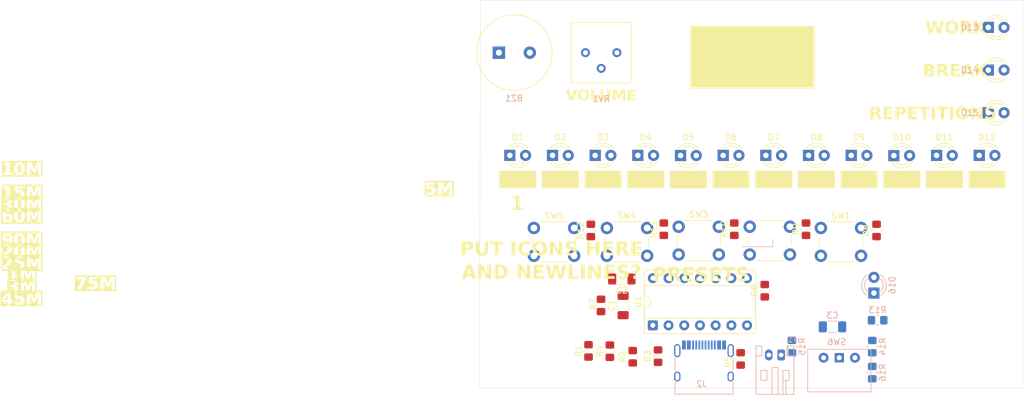
<source format=kicad_pcb>
(kicad_pcb (version 20241229) (generator "pcbnew") (generator_version "9.0")
  (layers (0 "F.Cu" signal) (4 "In1.Cu" signal) (6 "In2.Cu" signal) (2 "B.Cu" signal) (13 "F.Paste" user) (15 "B.Paste" user) (5 "F.SilkS" user "F.Silkscreen") (7 "B.SilkS" user "B.Silkscreen") (1 "F.Mask" user) (3 "B.Mask" user) (25 "Edge.Cuts" user))
  (net 0 "")
  (net 1 "GND")
  (net 2 "Net-(BZ1-+)")
  (net 3 "VCC")
  (net 4 "PA0")
  (net 5 "Net-(D1-K)")
  (net 6 "Net-(D1-A)")
  (net 7 "Net-(D11-A)")
  (net 8 "Net-(D10-A)")
  (net 9 "Net-(D13-K)")
  (net 10 "Net-(D16-A)")
  (net 11 "Net-(U1-~{RESET}{slash}PB3)")
  (net 12 "PB0")
  (net 13 "PB1")
  (net 14 "PA7")
  (net 15 "PA6")
  (net 16 "PA5")
  (net 17 "Net-(R10-Pad1)")
  (net 18 "Net-(R10-Pad2)")
  (net 19 "Net-(R11-Pad2)")
  (net 20 "PB2")
  (net 26 "Net-(R8-Pad1)")
  (net 27 "Net-(R12-Pad2)")
  (net 30 "Net-(J2-SHIELD)")
  (net 32 "Net-(J2-CC2)")
  (net 35 "Net-(J2-CC1)")
  (net 37 "+5V")
  (footprint "LED_THT:LED_D3.0mm" (layer "F.Cu") (at 161.279986 122.081)
    (property "Reference" "D7" (at 1.27 -2.96 0) (layer "F.SilkS"))
    (property "Value" "LED")
    (fp_line (start -0.29 -1.236) (end -0.29 -1.08) (stroke (width 0.12)) (layer "F.SilkS"))
    (fp_line (start -0.29 1.08) (end -0.29 1.236) (stroke (width 0.12)) (layer "F.SilkS"))
    (fp_arc (start -0.29 -1.235516) (mid 1.36566 -1.987699) (end 2.941437 -1.08) (stroke (width 0.12)) (layer "F.SilkS"))
    (fp_arc (start 0.229039 -1.08) (mid 1.27 -1.5) (end 2.310961 -1.08) (stroke (width 0.12)) (layer "F.SilkS"))
    (fp_arc (start 2.310961 1.08) (mid 1.27 1.5) (end 0.229039 1.08) (stroke (width 0.12)) (layer "F.SilkS"))
    (fp_arc (start 2.941437 1.08) (mid 1.36566 1.987699) (end -0.29 1.235516) (stroke (width 0.12)) (layer "F.SilkS"))
    (pad "1" thru_hole rect (at 0 0) (size 1.8 1.8) (drill 0.9) (layers "*.Cu" "*.Mask") (net 7 "Net-(D11-A)"))
    (pad "2" thru_hole circle (at 2.54 0) (size 1.8 1.8) (drill 0.9) (layers "*.Cu" "*.Mask") (net 5 "Net-(D1-K)"))
  )
  (footprint "Button_Switch_THT:SW_PUSH_6mm_H5mm" (layer "F.Cu") (at 147.175 133.612)
    (property "Reference" "SW3" (at 3.25 -2 0) (layer "F.SilkS"))
    (property "Value" "PRESET_2_BTN")
    (fp_line (start -0.25 1.5) (end -0.25 3) (stroke (width 0.12)) (layer "F.SilkS"))
    (fp_line (start 1 5.5) (end 5.5 5.5) (stroke (width 0.12)) (layer "F.SilkS"))
    (fp_line (start 5.5 -1) (end 1 -1) (stroke (width 0.12)) (layer "F.SilkS"))
    (fp_line (start 6.75 3) (end 6.75 1.5) (stroke (width 0.12)) (layer "F.SilkS"))
    (pad "1" thru_hole circle (at 0 0 90) (size 2 2) (drill 1.1) (layers "*.Cu" "*.Mask") (net 18 "Net-(R10-Pad2)"))
    (pad "1" thru_hole circle (at 6.5 0 90) (size 2 2) (drill 1.1) (layers "*.Cu" "*.Mask") (net 18 "Net-(R10-Pad2)"))
    (pad "2" thru_hole circle (at 0 4.5 90) (size 2 2) (drill 1.1) (layers "*.Cu" "*.Mask") (net 1 "GND"))
    (pad "2" thru_hole circle (at 6.5 4.5 90) (size 2 2) (drill 1.1) (layers "*.Cu" "*.Mask") (net 1 "GND"))
  )
  (footprint "Resistor_SMD:R_0805_2012Metric_Pad1.20x1.40mm_HandSolder" (layer "F.Cu") (at 143.85 154.537 90)
    (property "Reference" "R3" (at 0 -1.65 90) (layer "F.SilkS"))
    (property "Value" "150")
    (fp_line (start -0.227064 -0.735) (end 0.227064 -0.735) (stroke (width 0.12)) (layer "F.SilkS"))
    (fp_line (start -0.227064 0.735) (end 0.227064 0.735) (stroke (width 0.12)) (layer "F.SilkS"))
    (pad "1" smd roundrect (at -1 0 90) (size 1.2 1.4) (layers "F.Cu" "F.Mask" "F.Paste") (roundrect_rratio 0.208333) (net 13 "PB1"))
    (pad "2" smd roundrect (at 1 0 90) (size 1.2 1.4) (layers "F.Cu" "F.Mask" "F.Paste") (roundrect_rratio 0.208333) (net 5 "Net-(D1-K)"))
  )
  (footprint "LED_THT:LED_D3.0mm" (layer "F.Cu") (at 181.979986 122.111)
    (property "Reference" "D10" (at 1.27 -2.96 0) (layer "F.SilkS"))
    (property "Value" "LED")
    (fp_line (start -0.29 -1.236) (end -0.29 -1.08) (stroke (width 0.12)) (layer "F.SilkS"))
    (fp_line (start -0.29 1.08) (end -0.29 1.236) (stroke (width 0.12)) (layer "F.SilkS"))
    (fp_arc (start -0.29 -1.235516) (mid 1.36566 -1.987699) (end 2.941437 -1.08) (stroke (width 0.12)) (layer "F.SilkS"))
    (fp_arc (start 0.229039 -1.08) (mid 1.27 -1.5) (end 2.310961 -1.08) (stroke (width 0.12)) (layer "F.SilkS"))
    (fp_arc (start 2.310961 1.08) (mid 1.27 1.5) (end 0.229039 1.08) (stroke (width 0.12)) (layer "F.SilkS"))
    (fp_arc (start 2.941437 1.08) (mid 1.36566 1.987699) (end -0.29 1.235516) (stroke (width 0.12)) (layer "F.SilkS"))
    (pad "1" thru_hole rect (at 0 0) (size 1.8 1.8) (drill 0.9) (layers "*.Cu" "*.Mask") (net 5 "Net-(D1-K)"))
    (pad "2" thru_hole circle (at 2.54 0) (size 1.8 1.8) (drill 0.9) (layers "*.Cu" "*.Mask") (net 8 "Net-(D10-A)"))
  )
  (footprint "LED_THT:LED_D3.0mm" (layer "F.Cu") (at 195.779986 122.081)
    (property "Reference" "D12" (at 1.27 -2.96 0) (layer "F.SilkS"))
    (property "Value" "LED")
    (fp_line (start -0.29 -1.236) (end -0.29 -1.08) (stroke (width 0.12)) (layer "F.SilkS"))
    (fp_line (start -0.29 1.08) (end -0.29 1.236) (stroke (width 0.12)) (layer "F.SilkS"))
    (fp_arc (start -0.29 -1.235516) (mid 1.36566 -1.987699) (end 2.941437 -1.08) (stroke (width 0.12)) (layer "F.SilkS"))
    (fp_arc (start 0.229039 -1.08) (mid 1.27 -1.5) (end 2.310961 -1.08) (stroke (width 0.12)) (layer "F.SilkS"))
    (fp_arc (start 2.310961 1.08) (mid 1.27 1.5) (end 0.229039 1.08) (stroke (width 0.12)) (layer "F.SilkS"))
    (fp_arc (start 2.941437 1.08) (mid 1.36566 1.987699) (end -0.29 1.235516) (stroke (width 0.12)) (layer "F.SilkS"))
    (pad "1" thru_hole rect (at 0 0) (size 1.8 1.8) (drill 0.9) (layers "*.Cu" "*.Mask") (net 7 "Net-(D11-A)"))
    (pad "2" thru_hole circle (at 2.54 0) (size 1.8 1.8) (drill 0.9) (layers "*.Cu" "*.Mask") (net 8 "Net-(D10-A)"))
  )
  (footprint "Button_Switch_THT:SW_PUSH_6mm_H5mm" (layer "F.Cu") (at 158.675 133.612)
    (property "Reference" "SW2" (hide yes))
    (property "Value" "PRESET_1_BTN")
    (fp_line (start -0.25 1.5) (end -0.25 3) (stroke (width 0.12)) (layer "F.SilkS"))
    (fp_line (start 1 5.5) (end 5.5 5.5) (stroke (width 0.12)) (layer "F.SilkS"))
    (fp_line (start 5.5 -1) (end 1 -1) (stroke (width 0.12)) (layer "F.SilkS"))
    (fp_line (start 6.75 3) (end 6.75 1.5) (stroke (width 0.12)) (layer "F.SilkS"))
    (pad "1" thru_hole circle (at 0 0 90) (size 2 2) (drill 1.1) (layers "*.Cu" "*.Mask") (net 17 "Net-(R10-Pad1)"))
    (pad "1" thru_hole circle (at 6.5 0 90) (size 2 2) (drill 1.1) (layers "*.Cu" "*.Mask") (net 17 "Net-(R10-Pad1)"))
    (pad "2" thru_hole circle (at 0 4.5 90) (size 2 2) (drill 1.1) (layers "*.Cu" "*.Mask") (net 1 "GND"))
    (pad "2" thru_hole circle (at 6.5 4.5 90) (size 2 2) (drill 1.1) (layers "*.Cu" "*.Mask") (net 1 "GND"))
  )
  (footprint "LED_THT:LED_D3.0mm" (layer "F.Cu") (at 154.379986 122.081)
    (property "Reference" "D6" (at 1.27 -2.96 0) (layer "F.SilkS"))
    (property "Value" "LED")
    (fp_line (start -0.29 -1.236) (end -0.29 -1.08) (stroke (width 0.12)) (layer "F.SilkS"))
    (fp_line (start -0.29 1.08) (end -0.29 1.236) (stroke (width 0.12)) (layer "F.SilkS"))
    (fp_arc (start -0.29 -1.235516) (mid 1.36566 -1.987699) (end 2.941437 -1.08) (stroke (width 0.12)) (layer "F.SilkS"))
    (fp_arc (start 0.229039 -1.08) (mid 1.27 -1.5) (end 2.310961 -1.08) (stroke (width 0.12)) (layer "F.SilkS"))
    (fp_arc (start 2.310961 1.08) (mid 1.27 1.5) (end 0.229039 1.08) (stroke (width 0.12)) (layer "F.SilkS"))
    (fp_arc (start 2.941437 1.08) (mid 1.36566 1.987699) (end -0.29 1.235516) (stroke (width 0.12)) (layer "F.SilkS"))
    (pad "1" thru_hole rect (at 0 0) (size 1.8 1.8) (drill 0.9) (layers "*.Cu" "*.Mask") (net 6 "Net-(D1-A)"))
    (pad "2" thru_hole circle (at 2.54 0) (size 1.8 1.8) (drill 0.9) (layers "*.Cu" "*.Mask") (net 8 "Net-(D10-A)"))
  )
  (footprint "LED_THT:LED_D3.0mm" (layer "F.Cu") (at 188.879986 122.081)
    (property "Reference" "D11" (at 1.27 -2.96 0) (layer "F.SilkS"))
    (property "Value" "LED")
    (fp_line (start -0.29 -1.236) (end -0.29 -1.08) (stroke (width 0.12)) (layer "F.SilkS"))
    (fp_line (start -0.29 1.08) (end -0.29 1.236) (stroke (width 0.12)) (layer "F.SilkS"))
    (fp_arc (start -0.29 -1.235516) (mid 1.36566 -1.987699) (end 2.941437 -1.08) (stroke (width 0.12)) (layer "F.SilkS"))
    (fp_arc (start 0.229039 -1.08) (mid 1.27 -1.5) (end 2.310961 -1.08) (stroke (width 0.12)) (layer "F.SilkS"))
    (fp_arc (start 2.310961 1.08) (mid 1.27 1.5) (end 0.229039 1.08) (stroke (width 0.12)) (layer "F.SilkS"))
    (fp_arc (start 2.941437 1.08) (mid 1.36566 1.987699) (end -0.29 1.235516) (stroke (width 0.12)) (layer "F.SilkS"))
    (pad "1" thru_hole rect (at 0 0) (size 1.8 1.8) (drill 0.9) (layers "*.Cu" "*.Mask") (net 8 "Net-(D10-A)"))
    (pad "2" thru_hole circle (at 2.54 0) (size 1.8 1.8) (drill 0.9) (layers "*.Cu" "*.Mask") (net 7 "Net-(D11-A)"))
  )
  (footprint "LED_THT:LED_D3.0mm" (layer "F.Cu") (at 197.254189 108.280775)
    (property "Reference" "D14" (at -3 0 180) (layer "B.SilkS"))
    (property "Value" "LED")
    (fp_line (start -0.29 -1.236) (end -0.29 -1.08) (stroke (width 0.12)) (layer "F.SilkS"))
    (fp_line (start -0.29 1.08) (end -0.29 1.236) (stroke (width 0.12)) (layer "F.SilkS"))
    (fp_arc (start -0.29 -1.235516) (mid 1.36566 -1.987699) (end 2.941437 -1.08) (stroke (width 0.12)) (layer "F.SilkS"))
    (fp_arc (start 0.229039 -1.08) (mid 1.27 -1.5) (end 2.310961 -1.08) (stroke (width 0.12)) (layer "F.SilkS"))
    (fp_arc (start 2.310961 1.08) (mid 1.27 1.5) (end 0.229039 1.08) (stroke (width 0.12)) (layer "F.SilkS"))
    (fp_arc (start 2.941437 1.08) (mid 1.36566 1.987699) (end -0.29 1.235516) (stroke (width 0.12)) (layer "F.SilkS"))
    (pad "1" thru_hole rect (at 0 0) (size 1.8 1.8) (drill 0.9) (layers "*.Cu" "*.Mask") (net 8 "Net-(D10-A)"))
    (pad "2" thru_hole circle (at 2.54 0) (size 1.8 1.8) (drill 0.9) (layers "*.Cu" "*.Mask") (net 9 "Net-(D13-K)"))
  )
  (footprint "LED_THT:LED_D3.0mm" (layer "F.Cu") (at 140.579986 122.081)
    (property "Reference" "D4" (at 1.27 -2.96 0) (layer "F.SilkS"))
    (property "Value" "LED")
    (fp_line (start -0.29 -1.236) (end -0.29 -1.08) (stroke (width 0.12)) (layer "F.SilkS"))
    (fp_line (start -0.29 1.08) (end -0.29 1.236) (stroke (width 0.12)) (layer "F.SilkS"))
    (fp_arc (start -0.29 -1.235516) (mid 1.36566 -1.987699) (end 2.941437 -1.08) (stroke (width 0.12)) (layer "F.SilkS"))
    (fp_arc (start 0.229039 -1.08) (mid 1.27 -1.5) (end 2.310961 -1.08) (stroke (width 0.12)) (layer "F.SilkS"))
    (fp_arc (start 2.310961 1.08) (mid 1.27 1.5) (end 0.229039 1.08) (stroke (width 0.12)) (layer "F.SilkS"))
    (fp_arc (start 2.941437 1.08) (mid 1.36566 1.987699) (end -0.29 1.235516) (stroke (width 0.12)) (layer "F.SilkS"))
    (pad "1" thru_hole rect (at 0 0) (size 1.8 1.8) (drill 0.9) (layers "*.Cu" "*.Mask") (net 6 "Net-(D1-A)"))
    (pad "2" thru_hole circle (at 2.54 0) (size 1.8 1.8) (drill 0.9) (layers "*.Cu" "*.Mask") (net 7 "Net-(D11-A)"))
  )
  (footprint "LED_THT:LED_D3.0mm" (layer "F.Cu") (at 197.254189 101.380775)
    (property "Reference" "D13" (at -3 0 180) (layer "B.SilkS"))
    (property "Value" "LED")
    (fp_line (start -0.29 -1.236) (end -0.29 -1.08) (stroke (width 0.12)) (layer "F.SilkS"))
    (fp_line (start -0.29 1.08) (end -0.29 1.236) (stroke (width 0.12)) (layer "F.SilkS"))
    (fp_arc (start -0.29 -1.235516) (mid 1.36566 -1.987699) (end 2.941437 -1.08) (stroke (width 0.12)) (layer "F.SilkS"))
    (fp_arc (start 0.229039 -1.08) (mid 1.27 -1.5) (end 2.310961 -1.08) (stroke (width 0.12)) (layer "F.SilkS"))
    (fp_arc (start 2.310961 1.08) (mid 1.27 1.5) (end 0.229039 1.08) (stroke (width 0.12)) (layer "F.SilkS"))
    (fp_arc (start 2.941437 1.08) (mid 1.36566 1.987699) (end -0.29 1.235516) (stroke (width 0.12)) (layer "F.SilkS"))
    (pad "1" thru_hole rect (at 0 0) (size 1.8 1.8) (drill 0.9) (layers "*.Cu" "*.Mask") (net 9 "Net-(D13-K)"))
    (pad "2" thru_hole circle (at 2.54 0) (size 1.8 1.8) (drill 0.9) (layers "*.Cu" "*.Mask") (net 8 "Net-(D10-A)"))
  )
  (footprint "Button_Switch_THT:SW_PUSH_6mm_H5mm" (layer "F.Cu") (at 170.175 133.812)
    (property "Reference" "SW1" (at 3.25 -2 0) (layer "F.SilkS"))
    (property "Value" "RIGHT_BTN")
    (fp_line (start -0.25 1.5) (end -0.25 3) (stroke (width 0.12)) (layer "F.SilkS"))
    (fp_line (start 1 5.5) (end 5.5 5.5) (stroke (width 0.12)) (layer "F.SilkS"))
    (fp_line (start 5.5 -1) (end 1 -1) (stroke (width 0.12)) (layer "F.SilkS"))
    (fp_line (start 6.75 3) (end 6.75 1.5) (stroke (width 0.12)) (layer "F.SilkS"))
    (pad "1" thru_hole circle (at 0 0 90) (size 2 2) (drill 1.1) (layers "*.Cu" "*.Mask") (net 26 "Net-(R8-Pad1)"))
    (pad "1" thru_hole circle (at 6.5 0 90) (size 2 2) (drill 1.1) (layers "*.Cu" "*.Mask") (net 26 "Net-(R8-Pad1)"))
    (pad "2" thru_hole circle (at 0 4.5 90) (size 2 2) (drill 1.1) (layers "*.Cu" "*.Mask") (net 1 "GND"))
    (pad "2" thru_hole circle (at 6.5 4.5 90) (size 2 2) (drill 1.1) (layers "*.Cu" "*.Mask") (net 1 "GND"))
  )
  (footprint "Resistor_SMD:R_0805_2012Metric_Pad1.20x1.40mm_HandSolder" (layer "F.Cu") (at 139.75 154.637 90)
    (property "Reference" "R2" (at 0 -1.65 90) (layer "F.SilkS"))
    (property "Value" "150")
    (fp_line (start -0.227064 -0.735) (end 0.227064 -0.735) (stroke (width 0.12)) (layer "F.SilkS"))
    (fp_line (start -0.227064 0.735) (end 0.227064 0.735) (stroke (width 0.12)) (layer "F.SilkS"))
    (pad "1" smd roundrect (at -1 0 90) (size 1.2 1.4) (layers "F.Cu" "F.Mask" "F.Paste") (roundrect_rratio 0.208333) (net 12 "PB0"))
    (pad "2" smd roundrect (at 1 0 90) (size 1.2 1.4) (layers "F.Cu" "F.Mask" "F.Paste") (roundrect_rratio 0.208333) (net 6 "Net-(D1-A)"))
  )
  (footprint "Resistor_SMD:R_0805_2012Metric_Pad1.20x1.40mm_HandSolder" (layer "F.Cu") (at 179.175 134.212 90)
    (property "Reference" "R8" (at 0 -1.65 90) (layer "F.SilkS"))
    (property "Value" "10")
    (fp_line (start -0.227064 -0.735) (end 0.227064 -0.735) (stroke (width 0.12)) (layer "F.SilkS"))
    (fp_line (start -0.227064 0.735) (end 0.227064 0.735) (stroke (width 0.12)) (layer "F.SilkS"))
    (pad "1" smd roundrect (at -1 0 90) (size 1.2 1.4) (layers "F.Cu" "F.Mask" "F.Paste") (roundrect_rratio 0.208333) (net 26 "Net-(R8-Pad1)"))
    (pad "2" smd roundrect (at 1 0 90) (size 1.2 1.4) (layers "F.Cu" "F.Mask" "F.Paste") (roundrect_rratio 0.208333) (net 4 "PA0"))
  )
  (footprint "Button_Switch_THT:SW_PUSH_6mm_H5mm" (layer "F.Cu") (at 123.775 133.812)
    (property "Reference" "SW5" (at 3.25 -2 0) (layer "F.SilkS"))
    (property "Value" "LEFT_BTN")
    (fp_line (start -0.25 1.5) (end -0.25 3) (stroke (width 0.12)) (layer "F.SilkS"))
    (fp_line (start 1 5.5) (end 5.5 5.5) (stroke (width 0.12)) (layer "F.SilkS"))
    (fp_line (start 5.5 -1) (end 1 -1) (stroke (width 0.12)) (layer "F.SilkS"))
    (fp_line (start 6.75 3) (end 6.75 1.5) (stroke (width 0.12)) (layer "F.SilkS"))
    (pad "1" thru_hole circle (at 0 0 90) (size 2 2) (drill 1.1) (layers "*.Cu" "*.Mask") (net 27 "Net-(R12-Pad2)"))
    (pad "1" thru_hole circle (at 6.5 0 90) (size 2 2) (drill 1.1) (layers "*.Cu" "*.Mask") (net 27 "Net-(R12-Pad2)"))
    (pad "2" thru_hole circle (at 0 4.5 90) (size 2 2) (drill 1.1) (layers "*.Cu" "*.Mask") (net 1 "GND"))
    (pad "2" thru_hole circle (at 6.5 4.5 90) (size 2 2) (drill 1.1) (layers "*.Cu" "*.Mask") (net 1 "GND"))
  )
  (footprint "Resistor_SMD:R_0805_2012Metric_Pad1.20x1.40mm_HandSolder" (layer "F.Cu") (at 161.1 143.962 90)
    (property "Reference" "R6" (at 0 -1.65 90) (layer "F.SilkS"))
    (property "Value" "150")
    (fp_line (start -0.227064 -0.735) (end 0.227064 -0.735) (stroke (width 0.12)) (layer "F.SilkS"))
    (fp_line (start -0.227064 0.735) (end 0.227064 0.735) (stroke (width 0.12)) (layer "F.SilkS"))
    (pad "1" smd roundrect (at -1 0 90) (size 1.2 1.4) (layers "F.Cu" "F.Mask" "F.Paste") (roundrect_rratio 0.208333) (net 16 "PA5"))
    (pad "2" smd roundrect (at 1 0 90) (size 1.2 1.4) (layers "F.Cu" "F.Mask" "F.Paste") (roundrect_rratio 0.208333) (net 9 "Net-(D13-K)"))
  )
  (footprint "Capacitor_SMD:C_1206_3216Metric_Pad1.33x1.80mm_HandSolder" (layer "F.Cu") (at 137.9875 142.062 180)
    (property "Reference" "C2" (at 0 -1.85 0) (layer "F.SilkS"))
    (property "Value" "100n")
    (fp_line (start -0.711252 0.91) (end 0.711252 0.91) (stroke (width 0.12)) (layer "F.SilkS"))
    (fp_line (start -0.711252 -0.91) (end 0.711252 -0.91) (stroke (width 0.12)) (layer "F.SilkS"))
    (pad "1" smd roundrect (at -1.5625 0 180) (size 1.325 1.8) (layers "F.Cu" "F.Mask" "F.Paste") (roundrect_rratio 0.188679) (net 4 "PA0"))
    (pad "2" smd roundrect (at 1.5625 0 180) (size 1.325 1.8) (layers "F.Cu" "F.Mask" "F.Paste") (roundrect_rratio 0.188679) (net 1 "GND"))
  )
  (footprint "Resistor_SMD:R_0805_2012Metric_Pad1.20x1.40mm_HandSolder" (layer "F.Cu") (at 136.05 153.737 90)
    (property "Reference" "R4" (at 0 -1.65 90) (layer "F.SilkS"))
    (property "Value" "150")
    (fp_line (start -0.227064 -0.735) (end 0.227064 -0.735) (stroke (width 0.12)) (layer "F.SilkS"))
    (fp_line (start -0.227064 0.735) (end 0.227064 0.735) (stroke (width 0.12)) (layer "F.SilkS"))
    (pad "1" smd roundrect (at -1 0 90) (size 1.2 1.4) (layers "F.Cu" "F.Mask" "F.Paste") (roundrect_rratio 0.208333) (net 14 "PA7"))
    (pad "2" smd roundrect (at 1 0 90) (size 1.2 1.4) (layers "F.Cu" "F.Mask" "F.Paste") (roundrect_rratio 0.208333) (net 7 "Net-(D11-A)"))
  )
  (footprint "Resistor_SMD:R_0805_2012Metric_Pad1.20x1.40mm_HandSolder" (layer "F.Cu") (at 167.775 134.012 90)
    (property "Reference" "R9" (at 0 -1.65 90) (layer "F.SilkS"))
    (property "Value" "510")
    (fp_line (start -0.227064 -0.735) (end 0.227064 -0.735) (stroke (width 0.12)) (layer "F.SilkS"))
    (fp_line (start -0.227064 0.735) (end 0.227064 0.735) (stroke (width 0.12)) (layer "F.SilkS"))
    (pad "1" smd roundrect (at -1 0 90) (size 1.2 1.4) (layers "F.Cu" "F.Mask" "F.Paste") (roundrect_rratio 0.208333) (net 4 "PA0"))
    (pad "2" smd roundrect (at 1 0 90) (size 1.2 1.4) (layers "F.Cu" "F.Mask" "F.Paste") (roundrect_rratio 0.208333) (net 17 "Net-(R10-Pad1)"))
  )
  (footprint "LED_THT:LED_D3.0mm" (layer "F.Cu") (at 119.879986 122.081)
    (property "Reference" "D1" (at 1.27 -2.96 0) (layer "F.SilkS"))
    (property "Value" "LED")
    (fp_line (start -0.29 -1.236) (end -0.29 -1.08) (stroke (width 0.12)) (layer "F.SilkS"))
    (fp_line (start -0.29 1.08) (end -0.29 1.236) (stroke (width 0.12)) (layer "F.SilkS"))
    (fp_arc (start -0.29 -1.235516) (mid 1.36566 -1.987699) (end 2.941437 -1.08) (stroke (width 0.12)) (layer "F.SilkS"))
    (fp_arc (start 0.229039 -1.08) (mid 1.27 -1.5) (end 2.310961 -1.08) (stroke (width 0.12)) (layer "F.SilkS"))
    (fp_arc (start 2.310961 1.08) (mid 1.27 1.5) (end 0.229039 1.08) (stroke (width 0.12)) (layer "F.SilkS"))
    (fp_arc (start 2.941437 1.08) (mid 1.36566 1.987699) (end -0.29 1.235516) (stroke (width 0.12)) (layer "F.SilkS"))
    (pad "1" thru_hole rect (at 0 0) (size 1.8 1.8) (drill 0.9) (layers "*.Cu" "*.Mask") (net 5 "Net-(D1-K)"))
    (pad "2" thru_hole circle (at 2.54 0) (size 1.8 1.8) (drill 0.9) (layers "*.Cu" "*.Mask") (net 6 "Net-(D1-A)"))
  )
  (footprint "LED_THT:LED_D3.0mm" (layer "F.Cu") (at 133.679986 122.081)
    (property "Reference" "D3" (at 1.27 -2.96 0) (layer "F.SilkS"))
    (property "Value" "LED")
    (fp_line (start -0.29 -1.236) (end -0.29 -1.08) (stroke (width 0.12)) (layer "F.SilkS"))
    (fp_line (start -0.29 1.08) (end -0.29 1.236) (stroke (width 0.12)) (layer "F.SilkS"))
    (fp_arc (start -0.29 -1.235516) (mid 1.36566 -1.987699) (end 2.941437 -1.08) (stroke (width 0.12)) (layer "F.SilkS"))
    (fp_arc (start 0.229039 -1.08) (mid 1.27 -1.5) (end 2.310961 -1.08) (stroke (width 0.12)) (layer "F.SilkS"))
    (fp_arc (start 2.310961 1.08) (mid 1.27 1.5) (end 0.229039 1.08) (stroke (width 0.12)) (layer "F.SilkS"))
    (fp_arc (start 2.941437 1.08) (mid 1.36566 1.987699) (end -0.29 1.235516) (stroke (width 0.12)) (layer "F.SilkS"))
    (pad "1" thru_hole rect (at 0 0) (size 1.8 1.8) (drill 0.9) (layers "*.Cu" "*.Mask") (net 7 "Net-(D11-A)"))
    (pad "2" thru_hole circle (at 2.54 0) (size 1.8 1.8) (drill 0.9) (layers "*.Cu" "*.Mask") (net 6 "Net-(D1-A)"))
  )
  (footprint "Resistor_SMD:R_0805_2012Metric_Pad1.20x1.40mm_HandSolder" (layer "F.Cu") (at 156.175 134.012 90)
    (property "Reference" "R10" (at 0 -1.65 90) (layer "F.SilkS"))
    (property "Value" "680")
    (fp_line (start -0.227064 -0.735) (end 0.227064 -0.735) (stroke (width 0.12)) (layer "F.SilkS"))
    (fp_line (start -0.227064 0.735) (end 0.227064 0.735) (stroke (width 0.12)) (layer "F.SilkS"))
    (pad "1" smd roundrect (at -1 0 90) (size 1.2 1.4) (layers "F.Cu" "F.Mask" "F.Paste") (roundrect_rratio 0.208333) (net 17 "Net-(R10-Pad1)"))
    (pad "2" smd roundrect (at 1 0 90) (size 1.2 1.4) (layers "F.Cu" "F.Mask" "F.Paste") (roundrect_rratio 0.208333) (net 18 "Net-(R10-Pad2)"))
  )
  (footprint "Resistor_SMD:R_0805_2012Metric_Pad1.20x1.40mm_HandSolder" (layer "F.Cu") (at 132.6 153.687 90)
    (property "Reference" "R1" (at 0 -1.65 90) (layer "F.SilkS"))
    (property "Value" "10k")
    (fp_line (start -0.227064 -0.735) (end 0.227064 -0.735) (stroke (width 0.12)) (layer "F.SilkS"))
    (fp_line (start -0.227064 0.735) (end 0.227064 0.735) (stroke (width 0.12)) (layer "F.SilkS"))
    (pad "1" smd roundrect (at -1 0 90) (size 1.2 1.4) (layers "F.Cu" "F.Mask" "F.Paste") (roundrect_rratio 0.208333) (net 3 "VCC"))
    (pad "2" smd roundrect (at 1 0 90) (size 1.2 1.4) (layers "F.Cu" "F.Mask" "F.Paste") (roundrect_rratio 0.208333) (net 11 "Net-(U1-~{RESET}{slash}PB3)"))
  )
  (footprint "LED_THT:LED_D3.0mm" (layer "F.Cu") (at 197.254189 115.180775)
    (property "Reference" "D15" (at -3 0 180) (layer "B.SilkS"))
    (property "Value" "LED")
    (fp_line (start -0.29 -1.236) (end -0.29 -1.08) (stroke (width 0.12)) (layer "F.SilkS"))
    (fp_line (start -0.29 1.08) (end -0.29 1.236) (stroke (width 0.12)) (layer "F.SilkS"))
    (fp_arc (start -0.29 -1.235516) (mid 1.36566 -1.987699) (end 2.941437 -1.08) (stroke (width 0.12)) (layer "F.SilkS"))
    (fp_arc (start 0.229039 -1.08) (mid 1.27 -1.5) (end 2.310961 -1.08) (stroke (width 0.12)) (layer "F.SilkS"))
    (fp_arc (start 2.310961 1.08) (mid 1.27 1.5) (end 0.229039 1.08) (stroke (width 0.12)) (layer "F.SilkS"))
    (fp_arc (start 2.941437 1.08) (mid 1.36566 1.987699) (end -0.29 1.235516) (stroke (width 0.12)) (layer "F.SilkS"))
    (pad "1" thru_hole rect (at 0 0) (size 1.8 1.8) (drill 0.9) (layers "*.Cu" "*.Mask") (net 9 "Net-(D13-K)"))
    (pad "2" thru_hole circle (at 2.54 0) (size 1.8 1.8) (drill 0.9) (layers "*.Cu" "*.Mask") (net 7 "Net-(D11-A)"))
  )
  (footprint "Button_Switch_THT:SW_PUSH_6mm_H5mm" (layer "F.Cu") (at 135.575 133.812)
    (property "Reference" "SW4" (at 3.25 -2 0) (layer "F.SilkS"))
    (property "Value" "PRESET_3_BTN")
    (fp_line (start -0.25 1.5) (end -0.25 3) (stroke (width 0.12)) (layer "F.SilkS"))
    (fp_line (start 1 5.5) (end 5.5 5.5) (stroke (width 0.12)) (layer "F.SilkS"))
    (fp_line (start 5.5 -1) (end 1 -1) (stroke (width 0.12)) (layer "F.SilkS"))
    (fp_line (start 6.75 3) (end 6.75 1.5) (stroke (width 0.12)) (layer "F.SilkS"))
    (pad "1" thru_hole circle (at 0 0 90) (size 2 2) (drill 1.1) (layers "*.Cu" "*.Mask") (net 19 "Net-(R11-Pad2)"))
    (pad "1" thru_hole circle (at 6.5 0 90) (size 2 2) (drill 1.1) (layers "*.Cu" "*.Mask") (net 19 "Net-(R11-Pad2)"))
    (pad "2" thru_hole circle (at 0 4.5 90) (size 2 2) (drill 1.1) (layers "*.Cu" "*.Mask") (net 1 "GND"))
    (pad "2" thru_hole circle (at 6.5 4.5 90) (size 2 2) (drill 1.1) (layers "*.Cu" "*.Mask") (net 1 "GND"))
  )
  (footprint "Resistor_SMD:R_0805_2012Metric_Pad1.20x1.40mm_HandSolder" (layer "F.Cu") (at 132.975 134.212 90)
    (property "Reference" "R12" (at 0 -1.65 90) (layer "F.SilkS"))
    (property "Value" "5.1k")
    (fp_line (start -0.227064 -0.735) (end 0.227064 -0.735) (stroke (width 0.12)) (layer "F.SilkS"))
    (fp_line (start -0.227064 0.735) (end 0.227064 0.735) (stroke (width 0.12)) (layer "F.SilkS"))
    (pad "1" smd roundrect (at -1 0 90) (size 1.2 1.4) (layers "F.Cu" "F.Mask" "F.Paste") (roundrect_rratio 0.208333) (net 19 "Net-(R11-Pad2)"))
    (pad "2" smd roundrect (at 1 0 90) (size 1.2 1.4) (layers "F.Cu" "F.Mask" "F.Paste") (roundrect_rratio 0.208333) (net 27 "Net-(R12-Pad2)"))
  )
  (footprint "Package_DIP:DIP-14_W7.62mm_Socket" (layer "F.Cu") (at 143 149.557 90)
    (property "Reference" "U1" (at 3.81 -2.33 90) (layer "F.SilkS"))
    (property "Value" "ATtiny84A-P")
    (fp_line (start 6.46 -1.33) (end 4.81 -1.33) (stroke (width 0.12)) (layer "F.SilkS"))
    (fp_line (start 2.81 -1.33) (end 1.16 -1.33) (stroke (width 0.12)) (layer "F.SilkS"))
    (fp_line (start 1.16 -1.33) (end 1.16 16.57) (stroke (width 0.12)) (layer "F.SilkS"))
    (fp_line (start 6.46 16.57) (end 6.46 -1.33) (stroke (width 0.12)) (layer "F.SilkS"))
    (fp_line (start 1.16 16.57) (end 6.46 16.57) (stroke (width 0.12)) (layer "F.SilkS"))
    (fp_rect (start -1.33 -1.39) (end 8.95 16.63) (stroke (width 0.12)) (fill no) (layer "F.SilkS"))
    (fp_arc (start 4.81 -1.33) (mid 3.81 -0.33) (end 2.81 -1.33) (stroke (width 0.12)) (layer "F.SilkS"))
    (pad "1" thru_hole roundrect (at 0 0 90) (size 1.6 1.6) (drill 0.8) (layers "*.Cu" "*.Mask") (roundrect_rratio 0.15625) (net 3 "VCC"))
    (pad "2" thru_hole circle (at 0 2.54 90) (size 1.6 1.6) (drill 0.8) (layers "*.Cu" "*.Mask") (net 12 "PB0"))
    (pad "3" thru_hole circle (at 0 5.08 90) (size 1.6 1.6) (drill 0.8) (layers "*.Cu" "*.Mask") (net 13 "PB1"))
    (pad "4" thru_hole circle (at 0 7.62 90) (size 1.6 1.6) (drill 0.8) (layers "*.Cu" "*.Mask") (net 11 "Net-(U1-~{RESET}{slash}PB3)"))
    (pad "5" thru_hole circle (at 0 10.16 90) (size 1.6 1.6) (drill 0.8) (layers "*.Cu" "*.Mask") (net 20 "PB2"))
    (pad "6" thru_hole circle (at 0 12.7 90) (size 1.6 1.6) (drill 0.8) (layers "*.Cu" "*.Mask") (net 14 "PA7"))
    (pad "7" thru_hole circle (at 0 15.24 90) (size 1.6 1.6) (drill 0.8) (layers "*.Cu" "*.Mask") (net 15 "PA6"))
    (pad "8" thru_hole circle (at 7.62 15.24 90) (size 1.6 1.6) (drill 0.8) (layers "*.Cu" "*.Mask") (net 16 "PA5"))
    (pad "9" thru_hole circle (at 7.62 12.7 90) (size 1.6 1.6) (drill 0.8) (layers "*.Cu" "*.Mask"))
    (pad "10" thru_hole circle (at 7.62 10.16 90) (size 1.6 1.6) (drill 0.8) (layers "*.Cu" "*.Mask"))
    (pad "11" thru_hole circle (at 7.62 7.62 90) (size 1.6 1.6) (drill 0.8) (layers "*.Cu" "*.Mask"))
    (pad "12" thru_hole circle (at 7.62 5.08 90) (size 1.6 1.6) (drill 0.8) (layers "*.Cu" "*.Mask"))
    (pad "13" thru_hole circle (at 7.62 2.54 90) (size 1.6 1.6) (drill 0.8) (layers "*.Cu" "*.Mask") (net 4 "PA0"))
    (pad "14" thru_hole circle (at 7.62 0 90) (size 1.6 1.6) (drill 0.8) (layers "*.Cu" "*.Mask") (net 1 "GND"))
  )
  (footprint "LED_THT:LED_D3.0mm" (layer "F.Cu") (at 147.479986 122.096)
    (property "Reference" "D5" (at 1.27 -2.96 0) (layer "F.SilkS"))
    (property "Value" "LED")
    (fp_line (start -0.29 -1.236) (end -0.29 -1.08) (stroke (width 0.12)) (layer "F.SilkS"))
    (fp_line (start -0.29 1.08) (end -0.29 1.236) (stroke (width 0.12)) (layer "F.SilkS"))
    (fp_arc (start -0.29 -1.235516) (mid 1.36566 -1.987699) (end 2.941437 -1.08) (stroke (width 0.12)) (layer "F.SilkS"))
    (fp_arc (start 0.229039 -1.08) (mid 1.27 -1.5) (end 2.310961 -1.08) (stroke (width 0.12)) (layer "F.SilkS"))
    (fp_arc (start 2.310961 1.08) (mid 1.27 1.5) (end 0.229039 1.08) (stroke (width 0.12)) (layer "F.SilkS"))
    (fp_arc (start 2.941437 1.08) (mid 1.36566 1.987699) (end -0.29 1.235516) (stroke (width 0.12)) (layer "F.SilkS"))
    (pad "1" thru_hole rect (at 0 0) (size 1.8 1.8) (drill 0.9) (layers "*.Cu" "*.Mask") (net 8 "Net-(D10-A)"))
    (pad "2" thru_hole circle (at 2.54 0) (size 1.8 1.8) (drill 0.9) (layers "*.Cu" "*.Mask") (net 6 "Net-(D1-A)"))
  )
  (footprint "LED_THT:LED_D3.0mm" (layer "F.Cu") (at 175.079986 122.081)
    (property "Reference" "D9" (at 1.27 -2.96 0) (layer "F.SilkS"))
    (property "Value" "LED")
    (fp_line (start -0.29 -1.236) (end -0.29 -1.08) (stroke (width 0.12)) (layer "F.SilkS"))
    (fp_line (start -0.29 1.08) (end -0.29 1.236) (stroke (width 0.12)) (layer "F.SilkS"))
    (fp_arc (start -0.29 -1.235516) (mid 1.36566 -1.987699) (end 2.941437 -1.08) (stroke (width 0.12)) (layer "F.SilkS"))
    (fp_arc (start 0.229039 -1.08) (mid 1.27 -1.5) (end 2.310961 -1.08) (stroke (width 0.12)) (layer "F.SilkS"))
    (fp_arc (start 2.310961 1.08) (mid 1.27 1.5) (end 0.229039 1.08) (stroke (width 0.12)) (layer "F.SilkS"))
    (fp_arc (start 2.941437 1.08) (mid 1.36566 1.987699) (end -0.29 1.235516) (stroke (width 0.12)) (layer "F.SilkS"))
    (pad "1" thru_hole rect (at 0 0) (size 1.8 1.8) (drill 0.9) (layers "*.Cu" "*.Mask") (net 8 "Net-(D10-A)"))
    (pad "2" thru_hole circle (at 2.54 0) (size 1.8 1.8) (drill 0.9) (layers "*.Cu" "*.Mask") (net 5 "Net-(D1-K)"))
  )
  (footprint "Resistor_SMD:R_0805_2012Metric_Pad1.20x1.40mm_HandSolder" (layer "F.Cu") (at 144.775 134.012 90)
    (property "Reference" "R11" (at 0 -1.65 90) (layer "F.SilkS"))
    (property "Value" "2.2k")
    (fp_line (start -0.227064 -0.735) (end 0.227064 -0.735) (stroke (width 0.12)) (layer "F.SilkS"))
    (fp_line (start -0.227064 0.735) (end 0.227064 0.735) (stroke (width 0.12)) (layer "F.SilkS"))
    (pad "1" smd roundrect (at -1 0 90) (size 1.2 1.4) (layers "F.Cu" "F.Mask" "F.Paste") (roundrect_rratio 0.208333) (net 18 "Net-(R10-Pad2)"))
    (pad "2" smd roundrect (at 1 0 90) (size 1.2 1.4) (layers "F.Cu" "F.Mask" "F.Paste") (roundrect_rratio 0.208333) (net 19 "Net-(R11-Pad2)"))
  )
  (footprint "Capacitor_SMD:C_1206_3216Metric_Pad1.33x1.80mm_HandSolder" (layer "F.Cu") (at 138.2 146.3495 90)
    (property "Reference" "C1" (at 0 -1.85 90) (layer "F.SilkS"))
    (property "Value" "100n")
    (fp_line (start -0.711252 -0.91) (end 0.711252 -0.91) (stroke (width 0.12)) (layer "F.SilkS"))
    (fp_line (start -0.711252 0.91) (end 0.711252 0.91) (stroke (width 0.12)) (layer "F.SilkS"))
    (pad "1" smd roundrect (at -1.5625 0 90) (size 1.325 1.8) (layers "F.Cu" "F.Mask" "F.Paste") (roundrect_rratio 0.188679) (net 3 "VCC"))
    (pad "2" smd roundrect (at 1.5625 0 90) (size 1.325 1.8) (layers "F.Cu" "F.Mask" "F.Paste") (roundrect_rratio 0.188679) (net 1 "GND"))
  )
  (footprint "Potentiometer_THT:Potentiometer_Bourns_3386P_Vertical" (layer "F.Cu") (at 132.1085 105.466 -90)
    (property "Reference" "RV1" (at 7.46 -2.54 0) (layer "B.SilkS") (effects (justify mirror)))
    (property "Value" "B10K")
    (fp_line (start -4.89 2.335) (end 4.86 2.335) (stroke (width 0.12)) (layer "F.SilkS"))
    (fp_line (start -4.89 -7.415) (end -4.89 2.335) (stroke (width 0.12)) (layer "F.SilkS"))
    (fp_line (start -4.89 -7.415) (end 4.86 -7.415) (stroke (width 0.12)) (layer "F.SilkS"))
    (fp_line (start 4.86 -7.415) (end 4.86 2.335) (stroke (width 0.12)) (layer "F.SilkS"))
    (pad "1" thru_hole circle (at 0 0 270) (size 1.44 1.44) (drill 0.8) (layers "*.Cu" "*.Mask") (net 1 "GND"))
    (pad "2" thru_hole circle (at 2.54 -2.54 270) (size 1.44 1.44) (drill 0.8) (layers "*.Cu" "*.Mask") (net 2 "Net-(BZ1-+)"))
    (pad "3" thru_hole circle (at 0 -5.08 270) (size 1.44 1.44) (drill 0.8) (layers "*.Cu" "*.Mask") (net 20 "PB2"))
  )
  (footprint "custom-project-libraries:Buzzer_12x5.5RM0.6" (layer "F.Cu") (at 118.1085 105.466)
    (property "Reference" "BZ1" (at 2.425 7.385 0) (layer "B.SilkS") (effects (justify mirror)))
    (property "Value" "PIEZO_BUZZER")
    (fp_circle (center 2.5 0) (end 8.6 0) (stroke (width 0.12)) (fill no) (layer "F.SilkS"))
    (pad "1" thru_hole rect (at 0 0) (size 2 2) (drill 1) (layers "*.Cu" "*.Mask") (net 2 "Net-(BZ1-+)"))
    (pad "2" thru_hole circle (at 5 0) (size 2 2) (drill 1) (layers "*.Cu" "*.Mask") (net 1 "GND"))
  )
  (footprint "Resistor_SMD:R_0805_2012Metric_Pad1.20x1.40mm_HandSolder" (layer "F.Cu") (at 157.2 154.987 90)
    (property "Reference" "R5" (at -0.5 -2 90) (layer "F.SilkS"))
    (property "Value" "150")
    (fp_line (start -0.227064 -0.735) (end 0.227064 -0.735) (stroke (width 0.12)) (layer "F.SilkS"))
    (fp_line (start -0.227064 0.735) (end 0.227064 0.735) (stroke (width 0.12)) (layer "F.SilkS"))
    (pad "1" smd roundrect (at -1 0 90) (size 1.2 1.4) (layers "F.Cu" "F.Mask" "F.Paste") (roundrect_rratio 0.208333) (net 15 "PA6"))
    (pad "2" smd roundrect (at 1 0 90) (size 1.2 1.4) (layers "F.Cu" "F.Mask" "F.Paste") (roundrect_rratio 0.208333) (net 8 "Net-(D10-A)"))
  )
  (footprint "LED_THT:LED_D3.0mm" (layer "F.Cu") (at 168.179986 122.081)
    (property "Reference" "D8" (at 1.27 -2.96 0) (layer "F.SilkS"))
    (property "Value" "LED")
    (fp_line (start -0.29 -1.236) (end -0.29 -1.08) (stroke (width 0.12)) (layer "F.SilkS"))
    (fp_line (start -0.29 1.08) (end -0.29 1.236) (stroke (width 0.12)) (layer "F.SilkS"))
    (fp_arc (start -0.29 -1.235516) (mid 1.36566 -1.987699) (end 2.941437 -1.08) (stroke (width 0.12)) (layer "F.SilkS"))
    (fp_arc (start 0.229039 -1.08) (mid 1.27 -1.5) (end 2.310961 -1.08) (stroke (width 0.12)) (layer "F.SilkS"))
    (fp_arc (start 2.310961 1.08) (mid 1.27 1.5) (end 0.229039 1.08) (stroke (width 0.12)) (layer "F.SilkS"))
    (fp_arc (start 2.941437 1.08) (mid 1.36566 1.987699) (end -0.29 1.235516) (stroke (width 0.12)) (layer "F.SilkS"))
    (pad "1" thru_hole rect (at 0 0) (size 1.8 1.8) (drill 0.9) (layers "*.Cu" "*.Mask") (net 5 "Net-(D1-K)"))
    (pad "2" thru_hole circle (at 2.54 0) (size 1.8 1.8) (drill 0.9) (layers "*.Cu" "*.Mask") (net 7 "Net-(D11-A)"))
  )
  (footprint "Resistor_SMD:R_0805_2012Metric_Pad1.20x1.40mm_HandSolder" (layer "F.Cu") (at 134.625 146.337 90)
    (property "Reference" "R7" (at 0.2 -1.25 90) (layer "F.SilkS"))
    (property "Value" "2.2k")
    (fp_line (start -0.227064 -0.735) (end 0.227064 -0.735) (stroke (width 0.12)) (layer "F.SilkS"))
    (fp_line (start -0.227064 0.735) (end 0.227064 0.735) (stroke (width 0.12)) (layer "F.SilkS"))
    (pad "1" smd roundrect (at -1 0 90) (size 1.2 1.4) (layers "F.Cu" "F.Mask" "F.Paste") (roundrect_rratio 0.208333) (net 3 "VCC"))
    (pad "2" smd roundrect (at 1 0 90) (size 1.2 1.4) (layers "F.Cu" "F.Mask" "F.Paste") (roundrect_rratio 0.208333) (net 4 "PA0"))
  )
  (footprint "LED_THT:LED_D3.0mm" (layer "F.Cu") (at 126.779986 122.081)
    (property "Reference" "D2" (at 1.27 -2.96 0) (layer "F.SilkS"))
    (property "Value" "LED")
    (fp_line (start -0.29 -1.236) (end -0.29 -1.08) (stroke (width 0.12)) (layer "F.SilkS"))
    (fp_line (start -0.29 1.08) (end -0.29 1.236) (stroke (width 0.12)) (layer "F.SilkS"))
    (fp_arc (start -0.29 -1.235516) (mid 1.36566 -1.987699) (end 2.941437 -1.08) (stroke (width 0.12)) (layer "F.SilkS"))
    (fp_arc (start 0.229039 -1.08) (mid 1.27 -1.5) (end 2.310961 -1.08) (stroke (width 0.12)) (layer "F.SilkS"))
    (fp_arc (start 2.310961 1.08) (mid 1.27 1.5) (end 0.229039 1.08) (stroke (width 0.12)) (layer "F.SilkS"))
    (fp_arc (start 2.941437 1.08) (mid 1.36566 1.987699) (end -0.29 1.235516) (stroke (width 0.12)) (layer "F.SilkS"))
    (pad "1" thru_hole rect (at 0 0) (size 1.8 1.8) (drill 0.9) (layers "*.Cu" "*.Mask") (net 6 "Net-(D1-A)"))
    (pad "2" thru_hole circle (at 2.54 0) (size 1.8 1.8) (drill 0.9) (layers "*.Cu" "*.Mask") (net 5 "Net-(D1-K)"))
  )
  (footprint "Resistor_SMD:R_0805_2012Metric_Pad1.20x1.40mm_HandSolder" (layer "B.Cu") (at 165.48675 152.997 90)
    (property "Reference" "R15" (at 0 1.65 90) (layer "B.SilkS") (effects (justify mirror)))
    (property "Value" "5.1k")
    (fp_line (start -0.227064 -0.735) (end 0.227064 -0.735) (stroke (width 0.12)) (layer "B.SilkS"))
    (fp_line (start -0.227064 0.735) (end 0.227064 0.735) (stroke (width 0.12)) (layer "B.SilkS"))
    (pad "1" smd roundrect (at -1 0 90) (size 1.2 1.4) (layers "B.Cu" "B.Mask" "B.Paste") (roundrect_rratio 0.208333) (net 1 "GND"))
    (pad "2" smd roundrect (at 1 0 90) (size 1.2 1.4) (layers "B.Cu" "B.Mask" "B.Paste") (roundrect_rratio 0.208333) (net 32 "Net-(J2-CC2)"))
  )
  (footprint "Resistor_SMD:R_0805_2012Metric_Pad1.20x1.40mm_HandSolder" (layer "B.Cu") (at 179.35 148.737 180)
    (property "Reference" "R13" (at 0 1.65 0) (layer "B.SilkS") (effects (justify mirror)))
    (property "Value" "2.2k")
    (fp_line (start -0.227064 0.735) (end 0.227064 0.735) (stroke (width 0.12)) (layer "B.SilkS"))
    (fp_line (start -0.227064 -0.735) (end 0.227064 -0.735) (stroke (width 0.12)) (layer "B.SilkS"))
    (pad "1" smd roundrect (at -1 0 180) (size 1.2 1.4) (layers "B.Cu" "B.Mask" "B.Paste") (roundrect_rratio 0.208333) (net 3 "VCC"))
    (pad "2" smd roundrect (at 1 0 180) (size 1.2 1.4) (layers "B.Cu" "B.Mask" "B.Paste") (roundrect_rratio 0.208333) (net 10 "Net-(D16-A)"))
  )
  (footprint "Connector_JST:JST_PH_S2B-PH-K_1x02_P2.00mm_Horizontal" (layer "B.Cu") (at 163.75 154.347 180)
    (property "Reference" "J1" (at -1.86325 2.55 0) (layer "B.SilkS") (effects (justify mirror)))
    (property "Value" "GENERIC_PWR_IN")
    (fp_line (start 4.06 1.46) (end 3.14 1.46) (stroke (width 0.12)) (layer "B.SilkS"))
    (fp_line (start 4.06 -0.14) (end 3.14 -0.14) (stroke (width 0.12)) (layer "B.SilkS"))
    (fp_line (start 4.06 -6.36) (end 4.06 1.46) (stroke (width 0.12)) (layer "B.SilkS"))
    (fp_line (start 3.3 -2.5) (end 3.3 -4.1) (stroke (width 0.12)) (layer "B.SilkS"))
    (fp_line (start 3.3 -4.1) (end 2.3 -4.1) (stroke (width 0.12)) (layer "B.SilkS"))
    (fp_line (start 3.14 1.46) (end 3.14 -0.14) (stroke (width 0.12)) (layer "B.SilkS"))
    (fp_line (start 3.14 -0.14) (end 2.86 -0.14) (stroke (width 0.12)) (layer "B.SilkS"))
    (fp_line (start 2.3 -2.5) (end 3.3 -2.5) (stroke (width 0.12)) (layer "B.SilkS"))
    (fp_line (start 2.3 -4.1) (end 2.3 -2.5) (stroke (width 0.12)) (layer "B.SilkS"))
    (fp_line (start 1.5 -2) (end 1.5 -6.36) (stroke (width 0.12)) (layer "B.SilkS"))
    (fp_line (start 0.5 -2) (end 1.5 -2) (stroke (width 0.12)) (layer "B.SilkS"))
    (fp_line (start 0.5 -6.36) (end 0.5 -2) (stroke (width 0.12)) (layer "B.SilkS"))
    (fp_line (start -0.3 -2.5) (end -1.3 -2.5) (stroke (width 0.12)) (layer "B.SilkS"))
    (fp_line (start -0.3 -4.1) (end -0.3 -2.5) (stroke (width 0.12)) (layer "B.SilkS"))
    (fp_line (start -0.3 -4.1) (end -0.3 -6.36) (stroke (width 0.12)) (layer "B.SilkS"))
    (fp_line (start -0.8 -4.1) (end -0.8 -6.36) (stroke (width 0.12)) (layer "B.SilkS"))
    (fp_line (start -0.86 -0.14) (end -0.86 1.075) (stroke (width 0.12)) (layer "B.SilkS"))
    (fp_line (start -0.86 -0.14) (end -1.14 -0.14) (stroke (width 0.12)) (layer "B.SilkS"))
    (fp_line (start -1.14 1.46) (end -2.06 1.46) (stroke (width 0.12)) (layer "B.SilkS"))
    (fp_line (start -1.14 -0.14) (end -1.14 1.46) (stroke (width 0.12)) (layer "B.SilkS"))
    (fp_line (start -1.3 -2.5) (end -1.3 -4.1) (stroke (width 0.12)) (layer "B.SilkS"))
    (fp_line (start -1.3 -4.1) (end -0.3 -4.1) (stroke (width 0.12)) (layer "B.SilkS"))
    (fp_line (start -2.06 1.46) (end -2.06 -6.36) (stroke (width 0.12)) (layer "B.SilkS"))
    (fp_line (start -2.06 -0.14) (end -1.14 -0.14) (stroke (width 0.12)) (layer "B.SilkS"))
    (fp_line (start -2.06 -6.36) (end 4.06 -6.36) (stroke (width 0.12)) (layer "B.SilkS"))
    (pad "1" thru_hole roundrect (at 0 0 180) (size 1.2 1.75) (drill 0.75) (layers "*.Cu" "*.Mask") (roundrect_rratio 0.208333) (net 1 "GND"))
    (pad "2" thru_hole oval (at 2 0 180) (size 1.2 1.75) (drill 0.75) (layers "*.Cu" "*.Mask") (net 37 "+5V"))
  )
  (footprint "Resistor_SMD:R_0805_2012Metric_Pad1.20x1.40mm_HandSolder" (layer "B.Cu") (at 178.48675 157.197 90)
    (property "Reference" "R16" (at 0 1.65 90) (layer "B.SilkS") (effects (justify mirror)))
    (property "Value" "1M")
    (fp_line (start -0.227064 -0.735) (end 0.227064 -0.735) (stroke (width 0.12)) (layer "B.SilkS"))
    (fp_line (start -0.227064 0.735) (end 0.227064 0.735) (stroke (width 0.12)) (layer "B.SilkS"))
    (pad "1" smd roundrect (at -1 0 90) (size 1.2 1.4) (layers "B.Cu" "B.Mask" "B.Paste") (roundrect_rratio 0.208333) (net 30 "Net-(J2-SHIELD)"))
    (pad "2" smd roundrect (at 1 0 90) (size 1.2 1.4) (layers "B.Cu" "B.Mask" "B.Paste") (roundrect_rratio 0.208333) (net 1 "GND"))
  )
  (footprint "Connector_USB:USB_C_Receptacle_HRO_TYPE-C-31-M-12" (layer "B.Cu") (at 151.27 156.787 180)
    (property "Reference" "J2" (at 0.39 -2.25 180) (layer "B.SilkS") (effects (justify mirror)))
    (property "Value" "USB_C_PWR_IN")
    (fp_line (start 4.7 1.9) (end 4.7 -0.1) (stroke (width 0.12)) (layer "B.SilkS"))
    (fp_line (start 4.7 -2) (end 4.7 -3.9) (stroke (width 0.12)) (layer "B.SilkS"))
    (fp_line (start -4.7 1.9) (end -4.7 -0.1) (stroke (width 0.12)) (layer "B.SilkS"))
    (fp_line (start -4.7 -2) (end -4.7 -3.9) (stroke (width 0.12)) (layer "B.SilkS"))
    (fp_line (start -4.7 -3.9) (end 4.7 -3.9) (stroke (width 0.12)) (layer "B.SilkS"))
    (pad "" np_thru_hole circle (at -2.89 2.6 180) (size 0.65 0.65) (drill 0.65) (layers "*.Cu" "*.Mask"))
    (pad "" np_thru_hole circle (at 2.89 2.6 180) (size 0.65 0.65) (drill 0.65) (layers "*.Cu" "*.Mask"))
    (pad "A1" smd rect (at -3.25 4.045 180) (size 0.6 1.45) (layers "B.Cu" "B.Mask" "B.Paste") (net 1 "GND"))
    (pad "A4" smd rect (at -2.45 4.045 180) (size 0.6 1.45) (layers "B.Cu" "B.Mask" "B.Paste") (net 37 "+5V"))
    (pad "A5" smd rect (at -1.25 4.045 180) (size 0.3 1.45) (layers "B.Cu" "B.Mask" "B.Paste") (net 35 "Net-(J2-CC1)"))
    (pad "A6" smd rect (at -0.25 4.045 180) (size 0.3 1.45) (layers "B.Cu" "B.Mask" "B.Paste"))
    (pad "A7" smd rect (at 0.25 4.045 180) (size 0.3 1.45) (layers "B.Cu" "B.Mask" "B.Paste"))
    (pad "A8" smd rect (at 1.25 4.045 180) (size 0.3 1.45) (layers "B.Cu" "B.Mask" "B.Paste"))
    (pad "A9" smd rect (at 2.45 4.045 180) (size 0.6 1.45) (layers "B.Cu" "B.Mask" "B.Paste") (net 37 "+5V"))
    (pad "A12" smd rect (at 3.25 4.045 180) (size 0.6 1.45) (layers "B.Cu" "B.Mask" "B.Paste") (net 1 "GND"))
    (pad "B1" smd rect (at 3.25 4.045 180) (size 0.6 1.45) (layers "B.Cu" "B.Mask" "B.Paste") (net 1 "GND"))
    (pad "B4" smd rect (at 2.45 4.045 180) (size 0.6 1.45) (layers "B.Cu" "B.Mask" "B.Paste") (net 37 "+5V"))
    (pad "B5" smd rect (at 1.75 4.045 180) (size 0.3 1.45) (layers "B.Cu" "B.Mask" "B.Paste") (net 32 "Net-(J2-CC2)"))
    (pad "B6" smd rect (at 0.75 4.045 180) (size 0.3 1.45) (layers "B.Cu" "B.Mask" "B.Paste"))
    (pad "B7" smd rect (at -0.75 4.045 180) (size 0.3 1.45) (layers "B.Cu" "B.Mask" "B.Paste"))
    (pad "B8" smd rect (at -1.75 4.045 180) (size 0.3 1.45) (layers "B.Cu" "B.Mask" "B.Paste"))
    (pad "B9" smd rect (at -2.45 4.045 180) (size 0.6 1.45) (layers "B.Cu" "B.Mask" "B.Paste") (net 37 "+5V"))
    (pad "B12" smd rect (at -3.25 4.045 180) (size 0.6 1.45) (layers "B.Cu" "B.Mask" "B.Paste") (net 1 "GND"))
    (pad "S1" thru_hole oval (at -4.32 -1.05 180) (size 1 1.6) (drill oval 0.6 1.2) (property pad_prop_heatsink) (layers "*.Cu" "*.Mask") (net 30 "Net-(J2-SHIELD)"))
    (pad "S1" thru_hole oval (at -4.32 3.13 180) (size 1 2.1) (drill oval 0.6 1.7) (property pad_prop_heatsink) (layers "*.Cu" "*.Mask") (net 30 "Net-(J2-SHIELD)"))
    (pad "S1" thru_hole oval (at 4.32 -1.05 180) (size 1 1.6) (drill oval 0.6 1.2) (property pad_prop_heatsink) (layers "*.Cu" "*.Mask") (net 30 "Net-(J2-SHIELD)"))
    (pad "S1" thru_hole oval (at 4.32 3.13 180) (size 1 2.1) (drill oval 0.6 1.7) (property pad_prop_heatsink) (layers "*.Cu" "*.Mask") (net 30 "Net-(J2-SHIELD)"))
  )
  (footprint "Capacitor_SMD:C_1206_3216Metric_Pad1.33x1.80mm_HandSolder" (layer "B.Cu") (at 172.04925 149.797 180)
    (property "Reference" "C3" (at 0 1.85 0) (layer "B.SilkS") (effects (justify mirror)))
    (property "Value" "4.7u")
    (fp_line (start -0.711252 0.91) (end 0.711252 0.91) (stroke (width 0.12)) (layer "B.SilkS"))
    (fp_line (start -0.711252 -0.91) (end 0.711252 -0.91) (stroke (width 0.12)) (layer "B.SilkS"))
    (pad "1" smd roundrect (at -1.5625 0 180) (size 1.325 1.8) (layers "B.Cu" "B.Mask" "B.Paste") (roundrect_rratio 0.188679) (net 37 "+5V"))
    (pad "2" smd roundrect (at 1.5625 0 180) (size 1.325 1.8) (layers "B.Cu" "B.Mask" "B.Paste") (roundrect_rratio 0.188679) (net 1 "GND"))
  )
  (footprint "Resistor_SMD:R_0805_2012Metric_Pad1.20x1.40mm_HandSolder" (layer "B.Cu") (at 178.48675 152.997 90)
    (property "Reference" "R14" (at 0 1.65 90) (layer "B.SilkS") (effects (justify mirror)))
    (property "Value" "5.1k")
    (fp_line (start -0.227064 -0.735) (end 0.227064 -0.735) (stroke (width 0.12)) (layer "B.SilkS"))
    (fp_line (start -0.227064 0.735) (end 0.227064 0.735) (stroke (width 0.12)) (layer "B.SilkS"))
    (pad "1" smd roundrect (at -1 0 90) (size 1.2 1.4) (layers "B.Cu" "B.Mask" "B.Paste") (roundrect_rratio 0.208333) (net 1 "GND"))
    (pad "2" smd roundrect (at 1 0 90) (size 1.2 1.4) (layers "B.Cu" "B.Mask" "B.Paste") (roundrect_rratio 0.208333) (net 35 "Net-(J2-CC1)"))
  )
  (footprint "LED_THT:LED_D3.0mm" (layer "B.Cu") (at 178.75 144.337 90)
    (property "Reference" "D16" (at 1.27 2.96 90) (layer "B.SilkS") (effects (justify mirror)))
    (property "Value" "LED")
    (fp_line (start -0.29 -1.08) (end -0.29 -1.236) (stroke (width 0.12)) (layer "B.SilkS"))
    (fp_line (start -0.29 1.236) (end -0.29 1.08) (stroke (width 0.12)) (layer "B.SilkS"))
    (fp_arc (start -0.29 -1.235516) (mid 1.36566 -1.987699) (end 2.941437 -1.08) (stroke (width 0.12)) (layer "B.SilkS"))
    (fp_arc (start 0.229039 -1.08) (mid 1.27 -1.5) (end 2.310961 -1.08) (stroke (width 0.12)) (layer "B.SilkS"))
    (fp_arc (start 2.941437 1.08) (mid 1.36566 1.9877) (end -0.29 1.235516) (stroke (width 0.12)) (layer "B.SilkS"))
    (fp_arc (start 2.310961 1.08) (mid 1.27 1.5) (end 0.229039 1.08) (stroke (width 0.12)) (layer "B.SilkS"))
    (pad "1" thru_hole rect (at 0 0 90) (size 1.8 1.8) (drill 0.9) (layers "*.Cu" "*.Mask") (net 1 "GND"))
    (pad "2" thru_hole circle (at 2.54 0 90) (size 1.8 1.8) (drill 0.9) (layers "*.Cu" "*.Mask") (net 10 "Net-(D16-A)"))
  )
  (footprint "custom-project-libraries:SW_Slide-03_Wuerth-WS-SLTU_10x2.5mm_P2.54mm" (layer "B.Cu") (at 173.15 154.797 180)
    (property "Reference" "SW6" (at 0.4 2.54 0) (layer "B.SilkS") (effects (justify mirror)))
    (property "Value" "PWR_SWITCH")
    (fp_rect (start -5.11 1.36) (end 5.11 -5.51) (stroke (width 0.12)) (fill no) (layer "B.SilkS"))
    (pad "1" thru_hole rect (at 0 0 180) (size 1.5 1.5) (drill 0.8) (layers "*.Cu" "*.Mask") (net 37 "+5V"))
    (pad "2" thru_hole circle (at -2.54 0 180) (size 1.6 1.6) (drill 0.8) (layers "*.Cu" "*.Mask") (net 3 "VCC"))
    (pad "3" thru_hole circle (at 2.54 0 180) (size 1.6 1.6) (drill 0.8) (layers "*.Cu" "*.Mask"))
  )
  (gr_rect (start 166.499986 124.622) (end 172.399986 127.322) (stroke (width 0.1)) (fill yes) (layer "F.SilkS"))
  (gr_rect (start 138.899986 124.622) (end 144.799986 127.322) (stroke (width 0.1)) (fill yes) (layer "F.SilkS"))
  (gr_rect (start 194.099986 124.622) (end 199.999986 127.322) (stroke (width 0.1)) (fill yes) (layer "F.SilkS"))
  (gr_rect (start 118.199986 124.622) (end 124.099986 127.322) (stroke (width 0.1)) (fill yes) (layer "F.SilkS"))
  (gr_rect (start 152.699986 124.622) (end 158.599986 127.322) (stroke (width 0.1)) (fill yes) (layer "F.SilkS"))
  (gr_rect (start 125.099986 124.622) (end 130.999986 127.322) (stroke (width 0.1)) (fill yes) (layer "F.SilkS"))
  (gr_rect (start 131.999986 124.622) (end 137.899986 127.322) (stroke (width 0.1)) (fill yes) (layer "F.SilkS"))
  (gr_rect (start 159.599986 124.622) (end 165.499986 127.322) (stroke (width 0.1)) (fill yes) (layer "F.SilkS"))
  (gr_rect (start 149.1 101.218) (end 169.1 111.218) (stroke (width 0.1)) (fill yes) (layer "F.SilkS"))
  (gr_rect (start 187.199986 124.622) (end 193.099986 127.322) (stroke (width 0.1)) (fill yes) (layer "F.SilkS"))
  (gr_rect (start 180.299986 124.622) (end 186.199986 127.322) (stroke (width 0.1)) (fill yes) (layer "F.SilkS"))
  (gr_rect (start 145.799986 124.637) (end 151.699986 127.337) (stroke (width 0.1)) (fill yes) (layer "F.SilkS"))
  (gr_rect (start 173.399986 124.622) (end 179.299986 127.322) (stroke (width 0.1)) (fill yes) (layer "F.SilkS"))
  (gr_line (start 157.475 136.85) (end 162.4 136.85) (stroke (width 0.1)) (layer "B.SilkS"))
  (gr_line (start 162.4 136.85) (end 162.408883 135.640806) (stroke (width 0.1)) (layer "B.SilkS"))
  (gr_line (start 115.1 159.7) (end 203.01 159.700079) (stroke (width 0.05)) (layer "Edge.Cuts"))
  (gr_line (start 115.1 97) (end 203.01 97) (stroke (width 0.05)) (layer "Edge.Cuts"))
  (gr_line (start 203.01 97) (end 203.01 159.700079) (stroke (width 0.05)) (layer "Edge.Cuts"))
  (gr_line (start 115 159.7) (end 115.1 97) (stroke (width 0.05)) (layer "Edge.Cuts"))
  (gr_text "45M" (at 41 146.54 0) (layer "F.SilkS" knockout) (effects (font (size 2 2) (thickness 0.375) (bold yes)) (justify bottom)))
  (gr_text "BREAK" (at 186.614 109.654 0) (layer "F.SilkS") (effects (font (size 2 2) (thickness 0.4) (bold yes)) (justify left bottom)))
  (gr_text "30M" (at 41 131.309119 0) (layer "F.SilkS" knockout) (effects (font (size 2 2) (thickness 0.375) (bold yes)) (justify bottom)))
  (gr_text "PRESETS" (at 150.775 142.812 0) (layer "F.SilkS") (effects (font (size 2.25 2.25) (thickness 0.375) (bold yes)) (justify bottom)))
  (gr_text "VOLUME" (at 134.6485 113.485 0) (layer "F.SilkS") (effects (font (size 1.75 1.75) (thickness 0.375) (bold yes)) (justify bottom)))
  (gr_text "60M" (at 41 133.212979 0) (layer "F.SilkS" knockout) (effects (font (size 2 2) (thickness 0.375) (bold yes)) (justify bottom)))
  (gr_text "REPETITIONS" (at 177.91 116.563 0) (layer "F.SilkS") (effects (font (size 2 2) (thickness 0.4) (bold yes)) (justify left bottom)))
  (gr_text "5M" (at 108.476 128.802 0) (layer "F.SilkS" knockout) (effects (font (size 2 2) (thickness 0.375) (bold yes)) (justify bottom)))
  (gr_text "1M\n" (at 41 142.73228 0) (layer "F.SilkS" knockout) (effects (font (size 2 2) (thickness 0.375) (bold yes)) (justify bottom)))
  (gr_text "10M" (at 41 125.597539 0) (layer "F.SilkS" knockout) (effects (font (size 2 2) (thickness 0.375) (bold yes)) (justify bottom)))
  (gr_text "15M" (at 41 129.405259 0) (layer "F.SilkS" knockout) (effects (font (size 2 2) (thickness 0.375) (bold yes)) (justify bottom)))
  (gr_text "WORK" (at 187.056 102.686 0) (layer "F.SilkS") (effects (font (size 2 2) (thickness 0.3) (bold yes)) (justify left bottom)))
  (gr_text "3M" (at 41 144.63614 0) (layer "F.SilkS" knockout) (effects (font (size 2 2) (thickness 0.375) (bold yes)) (justify bottom)))
  (gr_text "75M" (at 52.91 144.09 0) (layer "F.SilkS" knockout) (effects (font (size 2 2) (thickness 0.375) (bold yes)) (justify bottom)))
  (gr_text "25M" (at 41 140.82842 0) (layer "F.SilkS" knockout) (effects (font (size 2 2) (thickness 0.375) (bold yes)) (justify bottom)))
  (gr_text "90M" (at 41 137.0207 0) (layer "F.SilkS" knockout) (effects (font (size 2 2) (thickness 0.375) (bold yes)) (justify bottom)))
  (gr_text "1" (at 121.086291 131.291 0) (layer "F.SilkS") (effects (font (size 2.25 2.25) (thickness 0.45) (bold yes)) (justify bottom)))
  (gr_text "PUT ICONS HERE\nAND NEWLINES?" (at 126.592 142.43 0) (layer "F.SilkS") (effects (font (size 2.25 2.25) (thickness 0.375) (bold yes)) (justify bottom)))
  (gr_text "20M" (at 41 138.92456 0) (layer "F.SilkS" knockout) (effects (font (size 2 2) (thickness 0.375) (bold yes)) (justify bottom)))
)
</source>
